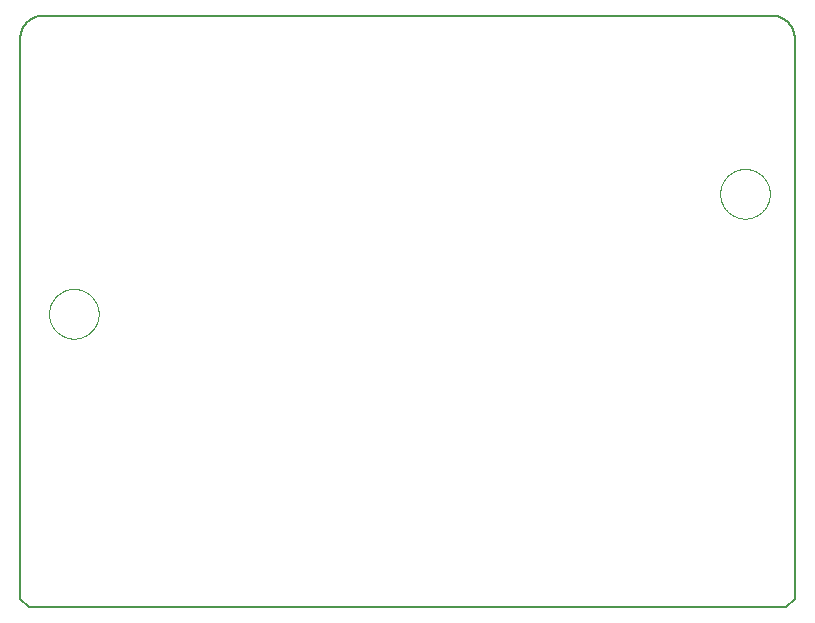
<source format=gtp>
G75*
%MOIN*%
%OFA0B0*%
%FSLAX25Y25*%
%IPPOS*%
%LPD*%
%AMOC8*
5,1,8,0,0,1.08239X$1,22.5*
%
%ADD10C,0.00600*%
%ADD11C,0.00000*%
D10*
X0073680Y0007250D02*
X0076493Y0004438D01*
X0328993Y0004438D01*
X0331805Y0007250D01*
X0331805Y0194125D01*
X0331803Y0194306D01*
X0331796Y0194487D01*
X0331785Y0194668D01*
X0331770Y0194849D01*
X0331750Y0195029D01*
X0331726Y0195209D01*
X0331698Y0195388D01*
X0331665Y0195566D01*
X0331628Y0195743D01*
X0331587Y0195920D01*
X0331542Y0196095D01*
X0331492Y0196270D01*
X0331438Y0196443D01*
X0331380Y0196614D01*
X0331318Y0196785D01*
X0331251Y0196953D01*
X0331181Y0197120D01*
X0331107Y0197286D01*
X0331028Y0197449D01*
X0330946Y0197610D01*
X0330860Y0197770D01*
X0330770Y0197927D01*
X0330676Y0198082D01*
X0330579Y0198235D01*
X0330477Y0198385D01*
X0330373Y0198533D01*
X0330264Y0198679D01*
X0330153Y0198821D01*
X0330037Y0198961D01*
X0329919Y0199098D01*
X0329797Y0199233D01*
X0329672Y0199364D01*
X0329544Y0199492D01*
X0329413Y0199617D01*
X0329278Y0199739D01*
X0329141Y0199857D01*
X0329001Y0199973D01*
X0328859Y0200084D01*
X0328713Y0200193D01*
X0328565Y0200297D01*
X0328415Y0200399D01*
X0328262Y0200496D01*
X0328107Y0200590D01*
X0327950Y0200680D01*
X0327790Y0200766D01*
X0327629Y0200848D01*
X0327466Y0200927D01*
X0327300Y0201001D01*
X0327133Y0201071D01*
X0326965Y0201138D01*
X0326794Y0201200D01*
X0326623Y0201258D01*
X0326450Y0201312D01*
X0326275Y0201362D01*
X0326100Y0201407D01*
X0325923Y0201448D01*
X0325746Y0201485D01*
X0325568Y0201518D01*
X0325389Y0201546D01*
X0325209Y0201570D01*
X0325029Y0201590D01*
X0324848Y0201605D01*
X0324667Y0201616D01*
X0324486Y0201623D01*
X0324305Y0201625D01*
X0081180Y0201625D01*
X0080999Y0201623D01*
X0080818Y0201616D01*
X0080637Y0201605D01*
X0080456Y0201590D01*
X0080276Y0201570D01*
X0080096Y0201546D01*
X0079917Y0201518D01*
X0079739Y0201485D01*
X0079562Y0201448D01*
X0079385Y0201407D01*
X0079210Y0201362D01*
X0079035Y0201312D01*
X0078862Y0201258D01*
X0078691Y0201200D01*
X0078520Y0201138D01*
X0078352Y0201071D01*
X0078185Y0201001D01*
X0078019Y0200927D01*
X0077856Y0200848D01*
X0077695Y0200766D01*
X0077535Y0200680D01*
X0077378Y0200590D01*
X0077223Y0200496D01*
X0077070Y0200399D01*
X0076920Y0200297D01*
X0076772Y0200193D01*
X0076626Y0200084D01*
X0076484Y0199973D01*
X0076344Y0199857D01*
X0076207Y0199739D01*
X0076072Y0199617D01*
X0075941Y0199492D01*
X0075813Y0199364D01*
X0075688Y0199233D01*
X0075566Y0199098D01*
X0075448Y0198961D01*
X0075332Y0198821D01*
X0075221Y0198679D01*
X0075112Y0198533D01*
X0075008Y0198385D01*
X0074906Y0198235D01*
X0074809Y0198082D01*
X0074715Y0197927D01*
X0074625Y0197770D01*
X0074539Y0197610D01*
X0074457Y0197449D01*
X0074378Y0197286D01*
X0074304Y0197120D01*
X0074234Y0196953D01*
X0074167Y0196785D01*
X0074105Y0196614D01*
X0074047Y0196443D01*
X0073993Y0196270D01*
X0073943Y0196095D01*
X0073898Y0195920D01*
X0073857Y0195743D01*
X0073820Y0195566D01*
X0073787Y0195388D01*
X0073759Y0195209D01*
X0073735Y0195029D01*
X0073715Y0194849D01*
X0073700Y0194668D01*
X0073689Y0194487D01*
X0073682Y0194306D01*
X0073680Y0194125D01*
X0073680Y0007250D01*
D11*
X0083254Y0102250D02*
X0083256Y0102453D01*
X0083264Y0102656D01*
X0083276Y0102858D01*
X0083294Y0103060D01*
X0083316Y0103262D01*
X0083343Y0103463D01*
X0083376Y0103664D01*
X0083413Y0103863D01*
X0083455Y0104062D01*
X0083502Y0104259D01*
X0083553Y0104455D01*
X0083610Y0104650D01*
X0083671Y0104844D01*
X0083737Y0105035D01*
X0083808Y0105226D01*
X0083883Y0105414D01*
X0083963Y0105601D01*
X0084048Y0105785D01*
X0084137Y0105967D01*
X0084230Y0106148D01*
X0084328Y0106325D01*
X0084430Y0106501D01*
X0084537Y0106673D01*
X0084647Y0106843D01*
X0084762Y0107011D01*
X0084881Y0107175D01*
X0085004Y0107337D01*
X0085131Y0107495D01*
X0085261Y0107650D01*
X0085396Y0107802D01*
X0085534Y0107951D01*
X0085676Y0108096D01*
X0085821Y0108238D01*
X0085970Y0108376D01*
X0086122Y0108511D01*
X0086277Y0108641D01*
X0086435Y0108768D01*
X0086597Y0108891D01*
X0086761Y0109010D01*
X0086929Y0109125D01*
X0087099Y0109235D01*
X0087271Y0109342D01*
X0087447Y0109444D01*
X0087624Y0109542D01*
X0087805Y0109635D01*
X0087987Y0109724D01*
X0088171Y0109809D01*
X0088358Y0109889D01*
X0088546Y0109964D01*
X0088737Y0110035D01*
X0088928Y0110101D01*
X0089122Y0110162D01*
X0089317Y0110219D01*
X0089513Y0110270D01*
X0089710Y0110317D01*
X0089909Y0110359D01*
X0090108Y0110396D01*
X0090309Y0110429D01*
X0090510Y0110456D01*
X0090712Y0110478D01*
X0090914Y0110496D01*
X0091116Y0110508D01*
X0091319Y0110516D01*
X0091522Y0110518D01*
X0091725Y0110516D01*
X0091928Y0110508D01*
X0092130Y0110496D01*
X0092332Y0110478D01*
X0092534Y0110456D01*
X0092735Y0110429D01*
X0092936Y0110396D01*
X0093135Y0110359D01*
X0093334Y0110317D01*
X0093531Y0110270D01*
X0093727Y0110219D01*
X0093922Y0110162D01*
X0094116Y0110101D01*
X0094307Y0110035D01*
X0094498Y0109964D01*
X0094686Y0109889D01*
X0094873Y0109809D01*
X0095057Y0109724D01*
X0095239Y0109635D01*
X0095420Y0109542D01*
X0095597Y0109444D01*
X0095773Y0109342D01*
X0095945Y0109235D01*
X0096115Y0109125D01*
X0096283Y0109010D01*
X0096447Y0108891D01*
X0096609Y0108768D01*
X0096767Y0108641D01*
X0096922Y0108511D01*
X0097074Y0108376D01*
X0097223Y0108238D01*
X0097368Y0108096D01*
X0097510Y0107951D01*
X0097648Y0107802D01*
X0097783Y0107650D01*
X0097913Y0107495D01*
X0098040Y0107337D01*
X0098163Y0107175D01*
X0098282Y0107011D01*
X0098397Y0106843D01*
X0098507Y0106673D01*
X0098614Y0106501D01*
X0098716Y0106325D01*
X0098814Y0106148D01*
X0098907Y0105967D01*
X0098996Y0105785D01*
X0099081Y0105601D01*
X0099161Y0105414D01*
X0099236Y0105226D01*
X0099307Y0105035D01*
X0099373Y0104844D01*
X0099434Y0104650D01*
X0099491Y0104455D01*
X0099542Y0104259D01*
X0099589Y0104062D01*
X0099631Y0103863D01*
X0099668Y0103664D01*
X0099701Y0103463D01*
X0099728Y0103262D01*
X0099750Y0103060D01*
X0099768Y0102858D01*
X0099780Y0102656D01*
X0099788Y0102453D01*
X0099790Y0102250D01*
X0099788Y0102047D01*
X0099780Y0101844D01*
X0099768Y0101642D01*
X0099750Y0101440D01*
X0099728Y0101238D01*
X0099701Y0101037D01*
X0099668Y0100836D01*
X0099631Y0100637D01*
X0099589Y0100438D01*
X0099542Y0100241D01*
X0099491Y0100045D01*
X0099434Y0099850D01*
X0099373Y0099656D01*
X0099307Y0099465D01*
X0099236Y0099274D01*
X0099161Y0099086D01*
X0099081Y0098899D01*
X0098996Y0098715D01*
X0098907Y0098533D01*
X0098814Y0098352D01*
X0098716Y0098175D01*
X0098614Y0097999D01*
X0098507Y0097827D01*
X0098397Y0097657D01*
X0098282Y0097489D01*
X0098163Y0097325D01*
X0098040Y0097163D01*
X0097913Y0097005D01*
X0097783Y0096850D01*
X0097648Y0096698D01*
X0097510Y0096549D01*
X0097368Y0096404D01*
X0097223Y0096262D01*
X0097074Y0096124D01*
X0096922Y0095989D01*
X0096767Y0095859D01*
X0096609Y0095732D01*
X0096447Y0095609D01*
X0096283Y0095490D01*
X0096115Y0095375D01*
X0095945Y0095265D01*
X0095773Y0095158D01*
X0095597Y0095056D01*
X0095420Y0094958D01*
X0095239Y0094865D01*
X0095057Y0094776D01*
X0094873Y0094691D01*
X0094686Y0094611D01*
X0094498Y0094536D01*
X0094307Y0094465D01*
X0094116Y0094399D01*
X0093922Y0094338D01*
X0093727Y0094281D01*
X0093531Y0094230D01*
X0093334Y0094183D01*
X0093135Y0094141D01*
X0092936Y0094104D01*
X0092735Y0094071D01*
X0092534Y0094044D01*
X0092332Y0094022D01*
X0092130Y0094004D01*
X0091928Y0093992D01*
X0091725Y0093984D01*
X0091522Y0093982D01*
X0091319Y0093984D01*
X0091116Y0093992D01*
X0090914Y0094004D01*
X0090712Y0094022D01*
X0090510Y0094044D01*
X0090309Y0094071D01*
X0090108Y0094104D01*
X0089909Y0094141D01*
X0089710Y0094183D01*
X0089513Y0094230D01*
X0089317Y0094281D01*
X0089122Y0094338D01*
X0088928Y0094399D01*
X0088737Y0094465D01*
X0088546Y0094536D01*
X0088358Y0094611D01*
X0088171Y0094691D01*
X0087987Y0094776D01*
X0087805Y0094865D01*
X0087624Y0094958D01*
X0087447Y0095056D01*
X0087271Y0095158D01*
X0087099Y0095265D01*
X0086929Y0095375D01*
X0086761Y0095490D01*
X0086597Y0095609D01*
X0086435Y0095732D01*
X0086277Y0095859D01*
X0086122Y0095989D01*
X0085970Y0096124D01*
X0085821Y0096262D01*
X0085676Y0096404D01*
X0085534Y0096549D01*
X0085396Y0096698D01*
X0085261Y0096850D01*
X0085131Y0097005D01*
X0085004Y0097163D01*
X0084881Y0097325D01*
X0084762Y0097489D01*
X0084647Y0097657D01*
X0084537Y0097827D01*
X0084430Y0097999D01*
X0084328Y0098175D01*
X0084230Y0098352D01*
X0084137Y0098533D01*
X0084048Y0098715D01*
X0083963Y0098899D01*
X0083883Y0099086D01*
X0083808Y0099274D01*
X0083737Y0099465D01*
X0083671Y0099656D01*
X0083610Y0099850D01*
X0083553Y0100045D01*
X0083502Y0100241D01*
X0083455Y0100438D01*
X0083413Y0100637D01*
X0083376Y0100836D01*
X0083343Y0101037D01*
X0083316Y0101238D01*
X0083294Y0101440D01*
X0083276Y0101642D01*
X0083264Y0101844D01*
X0083256Y0102047D01*
X0083254Y0102250D01*
X0306975Y0142250D02*
X0306977Y0142453D01*
X0306985Y0142656D01*
X0306997Y0142858D01*
X0307015Y0143060D01*
X0307037Y0143262D01*
X0307064Y0143463D01*
X0307097Y0143664D01*
X0307134Y0143863D01*
X0307176Y0144062D01*
X0307223Y0144259D01*
X0307274Y0144455D01*
X0307331Y0144650D01*
X0307392Y0144844D01*
X0307458Y0145035D01*
X0307529Y0145226D01*
X0307604Y0145414D01*
X0307684Y0145601D01*
X0307769Y0145785D01*
X0307858Y0145967D01*
X0307951Y0146148D01*
X0308049Y0146325D01*
X0308151Y0146501D01*
X0308258Y0146673D01*
X0308368Y0146843D01*
X0308483Y0147011D01*
X0308602Y0147175D01*
X0308725Y0147337D01*
X0308852Y0147495D01*
X0308982Y0147650D01*
X0309117Y0147802D01*
X0309255Y0147951D01*
X0309397Y0148096D01*
X0309542Y0148238D01*
X0309691Y0148376D01*
X0309843Y0148511D01*
X0309998Y0148641D01*
X0310156Y0148768D01*
X0310318Y0148891D01*
X0310482Y0149010D01*
X0310650Y0149125D01*
X0310820Y0149235D01*
X0310992Y0149342D01*
X0311168Y0149444D01*
X0311345Y0149542D01*
X0311526Y0149635D01*
X0311708Y0149724D01*
X0311892Y0149809D01*
X0312079Y0149889D01*
X0312267Y0149964D01*
X0312458Y0150035D01*
X0312649Y0150101D01*
X0312843Y0150162D01*
X0313038Y0150219D01*
X0313234Y0150270D01*
X0313431Y0150317D01*
X0313630Y0150359D01*
X0313829Y0150396D01*
X0314030Y0150429D01*
X0314231Y0150456D01*
X0314433Y0150478D01*
X0314635Y0150496D01*
X0314837Y0150508D01*
X0315040Y0150516D01*
X0315243Y0150518D01*
X0315446Y0150516D01*
X0315649Y0150508D01*
X0315851Y0150496D01*
X0316053Y0150478D01*
X0316255Y0150456D01*
X0316456Y0150429D01*
X0316657Y0150396D01*
X0316856Y0150359D01*
X0317055Y0150317D01*
X0317252Y0150270D01*
X0317448Y0150219D01*
X0317643Y0150162D01*
X0317837Y0150101D01*
X0318028Y0150035D01*
X0318219Y0149964D01*
X0318407Y0149889D01*
X0318594Y0149809D01*
X0318778Y0149724D01*
X0318960Y0149635D01*
X0319141Y0149542D01*
X0319318Y0149444D01*
X0319494Y0149342D01*
X0319666Y0149235D01*
X0319836Y0149125D01*
X0320004Y0149010D01*
X0320168Y0148891D01*
X0320330Y0148768D01*
X0320488Y0148641D01*
X0320643Y0148511D01*
X0320795Y0148376D01*
X0320944Y0148238D01*
X0321089Y0148096D01*
X0321231Y0147951D01*
X0321369Y0147802D01*
X0321504Y0147650D01*
X0321634Y0147495D01*
X0321761Y0147337D01*
X0321884Y0147175D01*
X0322003Y0147011D01*
X0322118Y0146843D01*
X0322228Y0146673D01*
X0322335Y0146501D01*
X0322437Y0146325D01*
X0322535Y0146148D01*
X0322628Y0145967D01*
X0322717Y0145785D01*
X0322802Y0145601D01*
X0322882Y0145414D01*
X0322957Y0145226D01*
X0323028Y0145035D01*
X0323094Y0144844D01*
X0323155Y0144650D01*
X0323212Y0144455D01*
X0323263Y0144259D01*
X0323310Y0144062D01*
X0323352Y0143863D01*
X0323389Y0143664D01*
X0323422Y0143463D01*
X0323449Y0143262D01*
X0323471Y0143060D01*
X0323489Y0142858D01*
X0323501Y0142656D01*
X0323509Y0142453D01*
X0323511Y0142250D01*
X0323509Y0142047D01*
X0323501Y0141844D01*
X0323489Y0141642D01*
X0323471Y0141440D01*
X0323449Y0141238D01*
X0323422Y0141037D01*
X0323389Y0140836D01*
X0323352Y0140637D01*
X0323310Y0140438D01*
X0323263Y0140241D01*
X0323212Y0140045D01*
X0323155Y0139850D01*
X0323094Y0139656D01*
X0323028Y0139465D01*
X0322957Y0139274D01*
X0322882Y0139086D01*
X0322802Y0138899D01*
X0322717Y0138715D01*
X0322628Y0138533D01*
X0322535Y0138352D01*
X0322437Y0138175D01*
X0322335Y0137999D01*
X0322228Y0137827D01*
X0322118Y0137657D01*
X0322003Y0137489D01*
X0321884Y0137325D01*
X0321761Y0137163D01*
X0321634Y0137005D01*
X0321504Y0136850D01*
X0321369Y0136698D01*
X0321231Y0136549D01*
X0321089Y0136404D01*
X0320944Y0136262D01*
X0320795Y0136124D01*
X0320643Y0135989D01*
X0320488Y0135859D01*
X0320330Y0135732D01*
X0320168Y0135609D01*
X0320004Y0135490D01*
X0319836Y0135375D01*
X0319666Y0135265D01*
X0319494Y0135158D01*
X0319318Y0135056D01*
X0319141Y0134958D01*
X0318960Y0134865D01*
X0318778Y0134776D01*
X0318594Y0134691D01*
X0318407Y0134611D01*
X0318219Y0134536D01*
X0318028Y0134465D01*
X0317837Y0134399D01*
X0317643Y0134338D01*
X0317448Y0134281D01*
X0317252Y0134230D01*
X0317055Y0134183D01*
X0316856Y0134141D01*
X0316657Y0134104D01*
X0316456Y0134071D01*
X0316255Y0134044D01*
X0316053Y0134022D01*
X0315851Y0134004D01*
X0315649Y0133992D01*
X0315446Y0133984D01*
X0315243Y0133982D01*
X0315040Y0133984D01*
X0314837Y0133992D01*
X0314635Y0134004D01*
X0314433Y0134022D01*
X0314231Y0134044D01*
X0314030Y0134071D01*
X0313829Y0134104D01*
X0313630Y0134141D01*
X0313431Y0134183D01*
X0313234Y0134230D01*
X0313038Y0134281D01*
X0312843Y0134338D01*
X0312649Y0134399D01*
X0312458Y0134465D01*
X0312267Y0134536D01*
X0312079Y0134611D01*
X0311892Y0134691D01*
X0311708Y0134776D01*
X0311526Y0134865D01*
X0311345Y0134958D01*
X0311168Y0135056D01*
X0310992Y0135158D01*
X0310820Y0135265D01*
X0310650Y0135375D01*
X0310482Y0135490D01*
X0310318Y0135609D01*
X0310156Y0135732D01*
X0309998Y0135859D01*
X0309843Y0135989D01*
X0309691Y0136124D01*
X0309542Y0136262D01*
X0309397Y0136404D01*
X0309255Y0136549D01*
X0309117Y0136698D01*
X0308982Y0136850D01*
X0308852Y0137005D01*
X0308725Y0137163D01*
X0308602Y0137325D01*
X0308483Y0137489D01*
X0308368Y0137657D01*
X0308258Y0137827D01*
X0308151Y0137999D01*
X0308049Y0138175D01*
X0307951Y0138352D01*
X0307858Y0138533D01*
X0307769Y0138715D01*
X0307684Y0138899D01*
X0307604Y0139086D01*
X0307529Y0139274D01*
X0307458Y0139465D01*
X0307392Y0139656D01*
X0307331Y0139850D01*
X0307274Y0140045D01*
X0307223Y0140241D01*
X0307176Y0140438D01*
X0307134Y0140637D01*
X0307097Y0140836D01*
X0307064Y0141037D01*
X0307037Y0141238D01*
X0307015Y0141440D01*
X0306997Y0141642D01*
X0306985Y0141844D01*
X0306977Y0142047D01*
X0306975Y0142250D01*
M02*

</source>
